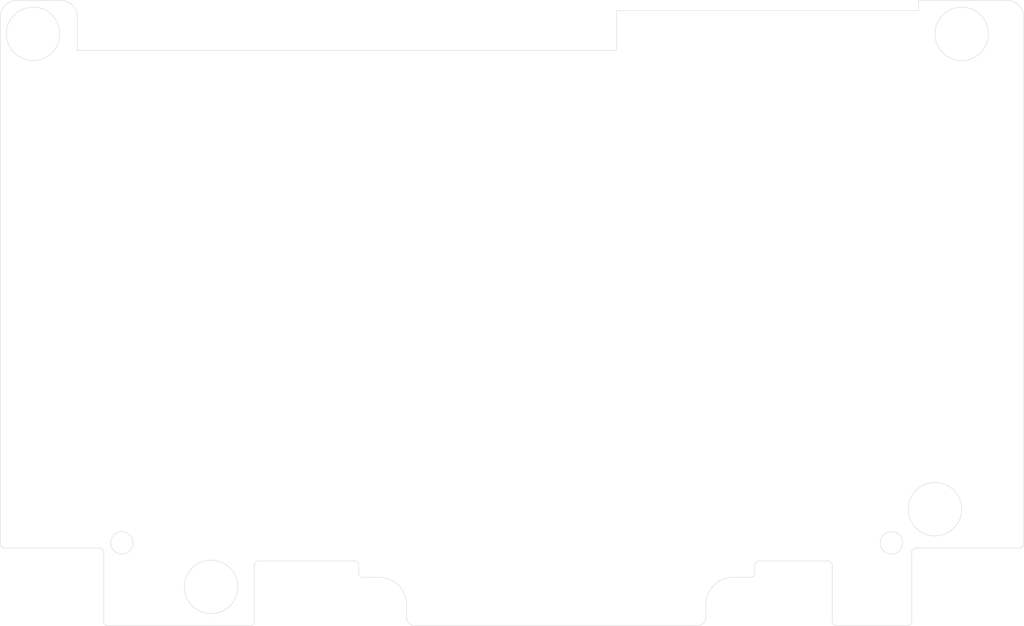
<source format=kicad_pcb>
(kicad_pcb (version 20221018) (generator pcbnew)

  (general
    (thickness 1.6)
  )

  (paper "A4")
  (layers
    (0 "F.Cu" signal)
    (31 "B.Cu" signal)
    (32 "B.Adhes" user "B.Adhesive")
    (33 "F.Adhes" user "F.Adhesive")
    (34 "B.Paste" user)
    (35 "F.Paste" user)
    (36 "B.SilkS" user "B.Silkscreen")
    (37 "F.SilkS" user "F.Silkscreen")
    (38 "B.Mask" user)
    (39 "F.Mask" user)
    (40 "Dwgs.User" user "User.Drawings")
    (41 "Cmts.User" user "User.Comments")
    (42 "Eco1.User" user "User.Eco1")
    (43 "Eco2.User" user "User.Eco2")
    (44 "Edge.Cuts" user)
    (45 "Margin" user)
    (46 "B.CrtYd" user "B.Courtyard")
    (47 "F.CrtYd" user "F.Courtyard")
    (48 "B.Fab" user)
    (49 "F.Fab" user)
    (50 "User.1" user)
    (51 "User.2" user)
    (52 "User.3" user)
    (53 "User.4" user)
    (54 "User.5" user)
    (55 "User.6" user)
    (56 "User.7" user)
    (57 "User.8" user)
    (58 "User.9" user)
  )

  (setup
    (pad_to_mask_clearance 0)
    (pcbplotparams
      (layerselection 0x00010fc_ffffffff)
      (plot_on_all_layers_selection 0x0000000_00000000)
      (disableapertmacros false)
      (usegerberextensions false)
      (usegerberattributes true)
      (usegerberadvancedattributes true)
      (creategerberjobfile true)
      (dashed_line_dash_ratio 12.000000)
      (dashed_line_gap_ratio 3.000000)
      (svgprecision 4)
      (plotframeref false)
      (viasonmask false)
      (mode 1)
      (useauxorigin false)
      (hpglpennumber 1)
      (hpglpenspeed 20)
      (hpglpendiameter 15.000000)
      (dxfpolygonmode true)
      (dxfimperialunits true)
      (dxfusepcbnewfont true)
      (psnegative false)
      (psa4output false)
      (plotreference true)
      (plotvalue true)
      (plotinvisibletext false)
      (sketchpadsonfab false)
      (subtractmaskfromsilk false)
      (outputformat 1)
      (mirror false)
      (drillshape 1)
      (scaleselection 1)
      (outputdirectory "")
    )
  )

  (net 0 "")

  (gr_line (start 177.3103 63.84) (end 177.3103 124.84)
    (stroke (width 0.05) (type solid)) (layer "Edge.Cuts") (tstamp 051b05b6-54b9-430e-adc8-e8aae297ebc3))
  (gr_line (start 165.1103 61.84) (end 165.1103 63.04)
    (stroke (width 0.05) (type solid)) (layer "Edge.Cuts") (tstamp 054db77e-77fd-4b98-bdf6-d22a70162b1f))
  (gr_circle (center 72.7603 124.74) (end 74.0603 124.74)
    (stroke (width 0.05) (type solid)) (fill none) (layer "Edge.Cuts") (tstamp 0838957e-741d-4489-87e3-ba25ced5bc0f))
  (gr_line (start 163.8103 134.34) (end 155.6103 134.34)
    (stroke (width 0.05) (type solid)) (layer "Edge.Cuts") (tstamp 10b006bf-c832-43e4-ad38-1941f5b5e193))
  (gr_arc (start 70.1603 125.34) (mid 70.513874 125.486435) (end 70.6603 125.84)
    (stroke (width 0.05) (type solid)) (layer "Edge.Cuts") (tstamp 15caf2d7-7ec1-40f1-a25a-39f7d0b5b911))
  (gr_line (start 130.1103 63.04) (end 165.1103 63.04)
    (stroke (width 0.05) (type solid)) (layer "Edge.Cuts") (tstamp 173dfa85-3f24-4017-b324-a220efe4d2df))
  (gr_arc (start 102.6103 128.74) (mid 104.837707 129.662602) (end 105.7603 131.89)
    (stroke (width 0.05) (type solid)) (layer "Edge.Cuts") (tstamp 1a0abe55-22de-499d-ac7e-e528169e00d6))
  (gr_line (start 59.1603 125.34) (end 70.1603 125.34)
    (stroke (width 0.05) (type solid)) (layer "Edge.Cuts") (tstamp 1e3b21a6-b6f4-443a-8696-99499af3c195))
  (gr_line (start 140.4603 133.34) (end 140.4603 131.89)
    (stroke (width 0.05) (type solid)) (layer "Edge.Cuts") (tstamp 2699b4bd-359b-4a7d-aeaa-19cd19ec707e))
  (gr_line (start 146.1103 127.34) (end 146.1103 128.24)
    (stroke (width 0.05) (type solid)) (layer "Edge.Cuts") (tstamp 28001023-efb0-4f08-bdf2-581e1e4605c8))
  (gr_line (start 87.6103 134.34) (end 71.1603 134.34)
    (stroke (width 0.05) (type solid)) (layer "Edge.Cuts") (tstamp 2dbd52a9-ea06-4539-8cc0-0c8689132129))
  (gr_circle (center 161.9603 124.74) (end 163.2603 124.74)
    (stroke (width 0.05) (type solid)) (fill none) (layer "Edge.Cuts") (tstamp 2e92c59c-6130-415e-87c3-a57238e94f9c))
  (gr_line (start 100.2103 128.24) (end 100.2103 127.34)
    (stroke (width 0.05) (type solid)) (layer "Edge.Cuts") (tstamp 34e4e6f3-f7ea-4ed6-a1b3-728a798cb7a3))
  (gr_line (start 130.1103 67.64) (end 130.1103 63.04)
    (stroke (width 0.05) (type solid)) (layer "Edge.Cuts") (tstamp 358b2091-086d-4d29-b75d-bf68953ac914))
  (gr_line (start 88.1103 133.84) (end 88.1103 127.34)
    (stroke (width 0.05) (type solid)) (layer "Edge.Cuts") (tstamp 3b387a2b-7f5b-43ec-a220-9ad0c5fbfa3d))
  (gr_line (start 58.6603 124.84) (end 58.6603 63.84)
    (stroke (width 0.05) (type solid)) (layer "Edge.Cuts") (tstamp 3d622e9a-db62-47d6-a05f-f256b30da230))
  (gr_arc (start 58.6603 63.84) (mid 59.246083 62.425772) (end 60.6603 61.84)
    (stroke (width 0.05) (type solid)) (layer "Edge.Cuts") (tstamp 418bb095-eb3d-4622-8e6c-e985737056c3))
  (gr_line (start 67.6103 67.64) (end 130.1103 67.64)
    (stroke (width 0.05) (type solid)) (layer "Edge.Cuts") (tstamp 472f6aae-47bd-4732-abf7-0699ca8f9ab1))
  (gr_line (start 105.7603 133.34) (end 105.7603 131.89)
    (stroke (width 0.05) (type solid)) (layer "Edge.Cuts") (tstamp 54ddeb4c-652c-486e-bad5-48a33168db8f))
  (gr_arc (start 88.1103 127.34) (mid 88.256743 126.986433) (end 88.6103 126.84)
    (stroke (width 0.05) (type solid)) (layer "Edge.Cuts") (tstamp 57356e03-e7a4-43be-8391-01b2468e5747))
  (gr_arc (start 88.1103 133.84) (mid 87.96385 134.193539) (end 87.6103 134.34)
    (stroke (width 0.05) (type solid)) (layer "Edge.Cuts") (tstamp 58ace2c6-b0fb-404f-85f0-523b45089e81))
  (gr_line (start 139.4603 134.34) (end 106.7603 134.34)
    (stroke (width 0.05) (type solid)) (layer "Edge.Cuts") (tstamp 5d9dbaeb-ac35-4b06-b6d2-a8274c2abb8c))
  (gr_arc (start 164.3103 133.84) (mid 164.16385 134.193539) (end 163.8103 134.34)
    (stroke (width 0.05) (type solid)) (layer "Edge.Cuts") (tstamp 627d1e77-70e4-4cad-a6a2-7298f8a2cac5))
  (gr_arc (start 140.4603 133.34) (mid 140.167404 134.047093) (end 139.4603 134.34)
    (stroke (width 0.05) (type solid)) (layer "Edge.Cuts") (tstamp 629d189b-766b-4e60-8c02-cad870072711))
  (gr_line (start 164.3103 133.84) (end 164.3103 125.84)
    (stroke (width 0.05) (type solid)) (layer "Edge.Cuts") (tstamp 63e493f4-47db-45f7-8907-4fddd713f752))
  (gr_line (start 154.6103 126.84) (end 146.6103 126.84)
    (stroke (width 0.05) (type solid)) (layer "Edge.Cuts") (tstamp 64fbd65b-da4a-4cce-b453-095584602f7f))
  (gr_arc (start 146.1103 127.34) (mid 146.256743 126.986433) (end 146.6103 126.84)
    (stroke (width 0.05) (type solid)) (layer "Edge.Cuts") (tstamp 66cf6eb0-84cc-4b04-85e0-426a09ae3eca))
  (gr_arc (start 175.3103 61.84) (mid 176.724534 62.425775) (end 177.3103 63.84)
    (stroke (width 0.05) (type solid)) (layer "Edge.Cuts") (tstamp 6de9aebb-2387-4c80-9585-3f2b29d06775))
  (gr_line (start 102.6103 128.74) (end 100.7103 128.74)
    (stroke (width 0.05) (type solid)) (layer "Edge.Cuts") (tstamp 6e4d39c0-261d-43b4-bc09-b34eaf7f7c8d))
  (gr_line (start 99.7103 126.84) (end 88.6103 126.84)
    (stroke (width 0.05) (type solid)) (layer "Edge.Cuts") (tstamp 6fd48a92-a680-41e5-b0f4-2787226dead6))
  (gr_line (start 60.6603 61.84) (end 65.6103 61.84)
    (stroke (width 0.05) (type solid)) (layer "Edge.Cuts") (tstamp 723f0983-a239-4845-93ab-c7809cc23ef1))
  (gr_arc (start 154.6103 126.84) (mid 154.963874 126.986435) (end 155.1103 127.34)
    (stroke (width 0.05) (type solid)) (layer "Edge.Cuts") (tstamp 74109676-79ee-41e0-a7e8-6dca87b60e27))
  (gr_line (start 70.6603 133.84) (end 70.6603 125.84)
    (stroke (width 0.05) (type solid)) (layer "Edge.Cuts") (tstamp 7defebed-e066-4f1d-a697-01ab304c9f87))
  (gr_circle (center 83.1103 129.84) (end 86.2103 129.84)
    (stroke (width 0.05) (type solid)) (fill none) (layer "Edge.Cuts") (tstamp 80cdb031-04af-416b-8178-997af0c1a7bc))
  (gr_line (start 145.6103 128.74) (end 143.6103 128.74)
    (stroke (width 0.05) (type solid)) (layer "Edge.Cuts") (tstamp 889c22ff-8587-491a-adb3-4c25f1b8203e))
  (gr_arc (start 100.7103 128.74) (mid 100.356768 128.593542) (end 100.2103 128.24)
    (stroke (width 0.05) (type solid)) (layer "Edge.Cuts") (tstamp 8a428e0f-dd38-4f2f-bb0d-c4ff53c1081a))
  (gr_arc (start 140.4603 131.89) (mid 141.382911 129.6626) (end 143.6103 128.74)
    (stroke (width 0.05) (type solid)) (layer "Edge.Cuts") (tstamp 9059d859-5d70-4f62-9735-7385ea2661ab))
  (gr_arc (start 59.1603 125.34) (mid 58.806768 125.193542) (end 58.6603 124.84)
    (stroke (width 0.05) (type solid)) (layer "Edge.Cuts") (tstamp 9d5ee573-c210-45f8-b858-066da543710f))
  (gr_line (start 155.1103 133.84) (end 155.1103 127.34)
    (stroke (width 0.05) (type solid)) (layer "Edge.Cuts") (tstamp a0a5788f-8a4a-4520-83f0-470a9ca5b058))
  (gr_circle (center 170.1103 65.74) (end 173.2103 65.74)
    (stroke (width 0.05) (type solid)) (fill none) (layer "Edge.Cuts") (tstamp a4ce6401-c64f-4bb9-8eae-f3afd9f5cd2a))
  (gr_arc (start 146.1103 128.24) (mid 145.96385 128.593539) (end 145.6103 128.74)
    (stroke (width 0.05) (type solid)) (layer "Edge.Cuts") (tstamp a53b64e7-b50d-4795-84cc-707bc42e2aa0))
  (gr_arc (start 106.7603 134.34) (mid 106.053214 134.047095) (end 105.7603 133.34)
    (stroke (width 0.05) (type solid)) (layer "Edge.Cuts") (tstamp added630-0eac-4daf-90ea-989bf7ce2cd5))
  (gr_arc (start 155.6103 134.34) (mid 155.256768 134.193542) (end 155.1103 133.84)
    (stroke (width 0.05) (type solid)) (layer "Edge.Cuts") (tstamp ae8e3bbd-790f-4b21-a610-82df5291914c))
  (gr_circle (center 62.47 65.74) (end 65.57 65.74)
    (stroke (width 0.05) (type solid)) (fill none) (layer "Edge.Cuts") (tstamp c7f3ee95-5b82-4cc6-8c7b-b13aa106c8b4))
  (gr_circle (center 167.0103 120.84) (end 170.1103 120.84)
    (stroke (width 0.05) (type solid)) (fill none) (layer "Edge.Cuts") (tstamp c840e01a-822c-4c7f-a0d2-b5cea10e1e69))
  (gr_line (start 176.8103 125.34) (end 164.8103 125.34)
    (stroke (width 0.05) (type solid)) (layer "Edge.Cuts") (tstamp cab0db20-aa25-41ed-8642-288e3abfd081))
  (gr_arc (start 177.3103 124.84) (mid 177.16385 125.193539) (end 176.8103 125.34)
    (stroke (width 0.05) (type solid)) (layer "Edge.Cuts") (tstamp ddddde4c-859d-4134-b4b9-cad22837956a))
  (gr_arc (start 164.3103 125.84) (mid 164.456743 125.486433) (end 164.8103 125.34)
    (stroke (width 0.05) (type solid)) (layer "Edge.Cuts") (tstamp def473a7-d59f-43ba-b907-26ddee37fc75))
  (gr_line (start 67.6103 63.84) (end 67.6103 67.64)
    (stroke (width 0.05) (type solid)) (layer "Edge.Cuts") (tstamp e52c6b3d-4dc2-41ed-813a-0152904019c9))
  (gr_line (start 175.3103 61.84) (end 165.1103 61.84)
    (stroke (width 0.05) (type solid)) (layer "Edge.Cuts") (tstamp e75560b6-5282-4f45-b56e-07a29aedfdfe))
  (gr_arc (start 65.6103 61.84) (mid 67.024534 62.425775) (end 67.6103 63.84)
    (stroke (width 0.05) (type solid)) (layer "Edge.Cuts") (tstamp ec9c5f65-da92-44a6-b138-f7a50670fb2a))
  (gr_arc (start 71.1603 134.34) (mid 70.806768 134.193542) (end 70.6603 133.84)
    (stroke (width 0.05) (type solid)) (layer "Edge.Cuts") (tstamp f0c7b7ec-0b2c-4381-be73-319abda25b47))
  (gr_arc (start 99.7103 126.84) (mid 100.063874 126.986435) (end 100.2103 127.34)
    (stroke (width 0.05) (type solid)) (layer "Edge.Cuts") (tstamp f7762cda-0e09-439b-84ff-83fa9de6d1b1))

)

</source>
